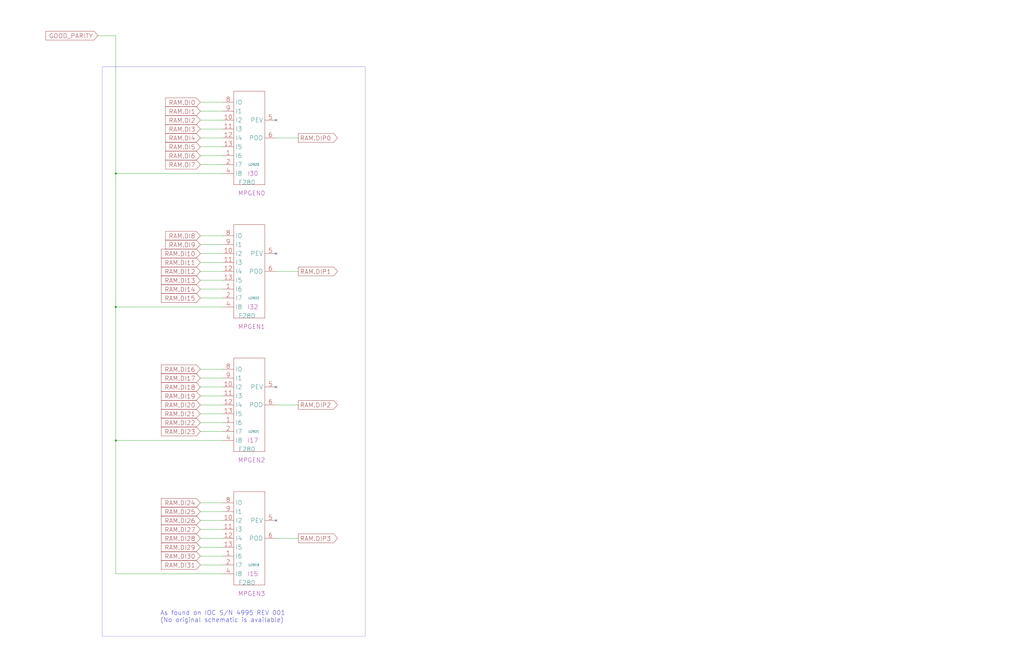
<source format=kicad_sch>
(kicad_sch (version 20250114) (generator "eeschema") (generator_version "9.0")
  (paper "User" 584.2 378.46)
  (title_block (title "MEMORY\\nPARITY GENERATION") (date "22-SEP-90") (rev "2.0") (comment 1 "IOC") (comment 2 "232-003061") (comment 3 "S400") (comment 4 "RELEASED"))
  (lib_symbols
    (symbol "r1000:F280" (pin_names (offset 1.016))
      (property "Reference" "U" (at 2.54 5.08 0))
      (property "Value" "F280" (at -6.35 -5.08 0))
      (property "Location" "___" (at -1.27 0 0))
      (property "Name" "______" (at 1.27 -12.7 0))
      (symbol "F280_1_1"
        (rectangle (start -8.89 46.99) (end 8.89 -6.35))
        (pin input line (at -15.24 40.64 0) (length 6.35) (name "I0") (number "8"))
        (pin input line (at -15.24 35.56 0) (length 6.35) (name "I1") (number "9"))
        (pin input line (at -15.24 30.48 0) (length 6.35) (name "I2") (number "10"))
        (pin input line (at -15.24 25.4 0) (length 6.35) (name "I3") (number "11"))
        (pin input line (at -15.24 20.32 0) (length 6.35) (name "I4") (number "12"))
        (pin input line (at -15.24 15.24 0) (length 6.35) (name "I5") (number "13"))
        (pin input line (at -15.24 10.16 0) (length 6.35) (name "I6") (number "1"))
        (pin input line (at -15.24 5.08 0) (length 6.35) (name "I7") (number "2"))
        (pin input line (at -15.24 0 0) (length 6.35) (name "I8") (number "4"))
        (pin output line (at 15.24 30.48 180) (length 6.35) (name "PEV") (number "5"))
        (pin output line (at 15.24 20.32 180) (length 6.35) (name "POD") (number "6"))
      )
    )
  )
  (text "As found on IOC S/N 4995 REV 001\n(No original schematic is available)" (at 91.44 355.6 0) (effects (font (size 2.54 2.54)) (justify left bottom)))
  (junction (at 66.04 251.46))
  (junction (at 66.04 175.26))
  (junction (at 66.04 99.06))
  (no_connect (at 157.48 297.18))
  (no_connect (at 157.48 144.78))
  (no_connect (at 157.48 68.58))
  (no_connect (at 157.48 220.98))
  (wire (pts (xy 114.3 160.02) (xy 127 160.02)))
  (polyline (pts (xy 58.42 38.1) (xy 58.42 363.22)) (stroke (width 0.0243)))
  (wire (pts (xy 114.3 63.5) (xy 127 63.5)))
  (wire (pts (xy 114.3 292.1) (xy 127 292.1)))
  (wire (pts (xy 114.3 134.62) (xy 127 134.62)))
  (wire (pts (xy 114.3 154.94) (xy 127 154.94)))
  (wire (pts (xy 66.04 251.46) (xy 66.04 327.66)))
  (wire (pts (xy 114.3 170.18) (xy 127 170.18)))
  (wire (pts (xy 66.04 99.06) (xy 127 99.06)))
  (wire (pts (xy 114.3 322.58) (xy 127 322.58)))
  (wire (pts (xy 114.3 215.9) (xy 127 215.9)))
  (polyline (pts (xy 58.42 38.1) (xy 208.28 38.1)) (stroke (width 0.0243)))
  (wire (pts (xy 114.3 317.5) (xy 127 317.5)))
  (wire (pts (xy 66.04 327.66) (xy 127 327.66)))
  (wire (pts (xy 114.3 231.14) (xy 127 231.14)))
  (wire (pts (xy 157.48 154.94) (xy 170.18 154.94)))
  (wire (pts (xy 114.3 78.74) (xy 127 78.74)))
  (wire (pts (xy 114.3 210.82) (xy 127 210.82)))
  (wire (pts (xy 114.3 73.66) (xy 127 73.66)))
  (wire (pts (xy 157.48 78.74) (xy 170.18 78.74)))
  (wire (pts (xy 114.3 165.1) (xy 127 165.1)))
  (wire (pts (xy 66.04 175.26) (xy 127 175.26)))
  (wire (pts (xy 66.04 251.46) (xy 127 251.46)))
  (polyline (pts (xy 208.28 363.22) (xy 58.42 363.22)) (stroke (width 0.0243)))
  (wire (pts (xy 114.3 297.18) (xy 127 297.18)))
  (wire (pts (xy 114.3 312.42) (xy 127 312.42)))
  (wire (pts (xy 114.3 149.86) (xy 127 149.86)))
  (wire (pts (xy 55.88 20.32) (xy 66.04 20.32)))
  (wire (pts (xy 157.48 231.14) (xy 170.18 231.14)))
  (wire (pts (xy 114.3 307.34) (xy 127 307.34)))
  (wire (pts (xy 114.3 246.38) (xy 127 246.38)))
  (wire (pts (xy 114.3 58.42) (xy 127 58.42)))
  (wire (pts (xy 114.3 139.7) (xy 127 139.7)))
  (wire (pts (xy 114.3 241.3) (xy 127 241.3)))
  (wire (pts (xy 114.3 220.98) (xy 127 220.98)))
  (wire (pts (xy 114.3 226.06) (xy 127 226.06)))
  (wire (pts (xy 66.04 20.32) (xy 66.04 99.06)))
  (wire (pts (xy 114.3 83.82) (xy 127 83.82)))
  (wire (pts (xy 114.3 302.26) (xy 127 302.26)))
  (wire (pts (xy 66.04 175.26) (xy 66.04 251.46)))
  (polyline (pts (xy 208.28 38.1) (xy 208.28 363.22)) (stroke (width 0.0243)))
  (wire (pts (xy 114.3 144.78) (xy 127 144.78)))
  (wire (pts (xy 66.04 99.06) (xy 66.04 175.26)))
  (wire (pts (xy 157.48 307.34) (xy 170.18 307.34)))
  (wire (pts (xy 114.3 68.58) (xy 127 68.58)))
  (wire (pts (xy 114.3 93.98) (xy 127 93.98)))
  (wire (pts (xy 114.3 287.02) (xy 127 287.02)))
  (wire (pts (xy 114.3 236.22) (xy 127 236.22)))
  (wire (pts (xy 114.3 88.9) (xy 127 88.9)))
  (global_label "RAM.DIP0" (shape output) (at 170.18 78.74 0) (effects (font (size 2.54 2.54))) (property "Intersheetrefs" "${INTERSHEET_REFS}" (at 192.9251 78.5813 0) (effects (font (size 1.905 1.905)) (justify left))))
  (global_label "RAM.DI17" (shape input) (at 114.3 215.9 180) (effects (font (size 2.54 2.54))) (property "Intersheetrefs" "${INTERSHEET_REFS}" (at 91.6759 215.7413 0) (effects (font (size 1.905 1.905)) (justify right))))
  (global_label "RAM.DI8" (shape input) (at 114.3 134.62 180) (effects (font (size 2.54 2.54))) (property "Intersheetrefs" "${INTERSHEET_REFS}" (at 94.0949 134.4613 0) (effects (font (size 1.905 1.905)) (justify right))))
  (global_label "RAM.DI10" (shape input) (at 114.3 144.78 180) (effects (font (size 2.54 2.54))) (property "Intersheetrefs" "${INTERSHEET_REFS}" (at 94.0949 144.6213 0) (effects (font (size 1.905 1.905)) (justify right))))
  (global_label "RAM.DIP2" (shape output) (at 170.18 231.14 0) (effects (font (size 2.54 2.54))) (property "Intersheetrefs" "${INTERSHEET_REFS}" (at 192.9251 230.9813 0) (effects (font (size 1.905 1.905)) (justify left))))
  (global_label "RAM.DI11" (shape input) (at 114.3 149.86 180) (effects (font (size 2.54 2.54))) (property "Intersheetrefs" "${INTERSHEET_REFS}" (at 94.0949 149.7013 0) (effects (font (size 1.905 1.905)) (justify right))))
  (global_label "RAM.DI25" (shape input) (at 114.3 292.1 180) (effects (font (size 2.54 2.54))) (property "Intersheetrefs" "${INTERSHEET_REFS}" (at 91.6759 291.9413 0) (effects (font (size 1.905 1.905)) (justify right))))
  (global_label "RAM.DI19" (shape input) (at 114.3 226.06 180) (effects (font (size 2.54 2.54))) (property "Intersheetrefs" "${INTERSHEET_REFS}" (at 91.6759 225.9013 0) (effects (font (size 1.905 1.905)) (justify right))))
  (global_label "RAM.DI18" (shape input) (at 114.3 220.98 180) (effects (font (size 2.54 2.54))) (property "Intersheetrefs" "${INTERSHEET_REFS}" (at 91.6759 220.8213 0) (effects (font (size 1.905 1.905)) (justify right))))
  (global_label "RAM.DI16" (shape input) (at 114.3 210.82 180) (effects (font (size 2.54 2.54))) (property "Intersheetrefs" "${INTERSHEET_REFS}" (at 91.6759 210.6613 0) (effects (font (size 1.905 1.905)) (justify right))))
  (global_label "RAM.DI4" (shape input) (at 114.3 78.74 180) (effects (font (size 2.54 2.54))) (property "Intersheetrefs" "${INTERSHEET_REFS}" (at 94.0949 78.5813 0) (effects (font (size 1.905 1.905)) (justify right))))
  (global_label "GOOD_PARITY" (shape input) (at 55.88 20.32 180) (effects (font (size 2.54 2.54))) (property "Intersheetrefs" "${INTERSHEET_REFS}" (at 25.7568 20.1613 0) (effects (font (size 1.905 1.905)) (justify right))))
  (global_label "RAM.DI2" (shape input) (at 114.3 68.58 180) (effects (font (size 2.54 2.54))) (property "Intersheetrefs" "${INTERSHEET_REFS}" (at 94.0949 68.4213 0) (effects (font (size 1.905 1.905)) (justify right))))
  (global_label "RAM.DI28" (shape input) (at 114.3 307.34 180) (effects (font (size 2.54 2.54))) (property "Intersheetrefs" "${INTERSHEET_REFS}" (at 91.6759 307.1813 0) (effects (font (size 1.905 1.905)) (justify right))))
  (global_label "RAM.DI6" (shape input) (at 114.3 88.9 180) (effects (font (size 2.54 2.54))) (property "Intersheetrefs" "${INTERSHEET_REFS}" (at 94.0949 88.7413 0) (effects (font (size 1.905 1.905)) (justify right))))
  (global_label "RAM.DI14" (shape input) (at 114.3 165.1 180) (effects (font (size 2.54 2.54))) (property "Intersheetrefs" "${INTERSHEET_REFS}" (at 94.0949 164.9413 0) (effects (font (size 1.905 1.905)) (justify right))))
  (global_label "RAM.DI7" (shape input) (at 114.3 93.98 180) (effects (font (size 2.54 2.54))) (property "Intersheetrefs" "${INTERSHEET_REFS}" (at 94.0949 93.8213 0) (effects (font (size 1.905 1.905)) (justify right))))
  (global_label "RAM.DI26" (shape input) (at 114.3 297.18 180) (effects (font (size 2.54 2.54))) (property "Intersheetrefs" "${INTERSHEET_REFS}" (at 91.6759 297.0213 0) (effects (font (size 1.905 1.905)) (justify right))))
  (global_label "RAM.DI3" (shape input) (at 114.3 73.66 180) (effects (font (size 2.54 2.54))) (property "Intersheetrefs" "${INTERSHEET_REFS}" (at 94.0949 73.5013 0) (effects (font (size 1.905 1.905)) (justify right))))
  (global_label "RAM.DIP1" (shape output) (at 170.18 154.94 0) (effects (font (size 2.54 2.54))) (property "Intersheetrefs" "${INTERSHEET_REFS}" (at 192.9251 154.7813 0) (effects (font (size 1.905 1.905)) (justify left))))
  (global_label "RAM.DIP3" (shape output) (at 170.18 307.34 0) (effects (font (size 2.54 2.54))) (property "Intersheetrefs" "${INTERSHEET_REFS}" (at 192.9251 307.1813 0) (effects (font (size 1.905 1.905)) (justify left))))
  (global_label "RAM.DI23" (shape input) (at 114.3 246.38 180) (effects (font (size 2.54 2.54))) (property "Intersheetrefs" "${INTERSHEET_REFS}" (at 91.6759 246.2213 0) (effects (font (size 1.905 1.905)) (justify right))))
  (global_label "RAM.DI21" (shape input) (at 114.3 236.22 180) (effects (font (size 2.54 2.54))) (property "Intersheetrefs" "${INTERSHEET_REFS}" (at 91.6759 236.0613 0) (effects (font (size 1.905 1.905)) (justify right))))
  (global_label "RAM.DI27" (shape input) (at 114.3 302.26 180) (effects (font (size 2.54 2.54))) (property "Intersheetrefs" "${INTERSHEET_REFS}" (at 91.6759 302.1013 0) (effects (font (size 1.905 1.905)) (justify right))))
  (global_label "RAM.DI0" (shape input) (at 114.3 58.42 180) (effects (font (size 2.54 2.54))) (property "Intersheetrefs" "${INTERSHEET_REFS}" (at 94.0949 58.2613 0) (effects (font (size 1.905 1.905)) (justify right))))
  (global_label "RAM.DI1" (shape input) (at 114.3 63.5 180) (effects (font (size 2.54 2.54))) (property "Intersheetrefs" "${INTERSHEET_REFS}" (at 94.0949 63.3413 0) (effects (font (size 1.905 1.905)) (justify right))))
  (global_label "RAM.DI20" (shape input) (at 114.3 231.14 180) (effects (font (size 2.54 2.54))) (property "Intersheetrefs" "${INTERSHEET_REFS}" (at 91.6759 230.9813 0) (effects (font (size 1.905 1.905)) (justify right))))
  (global_label "RAM.DI12" (shape input) (at 114.3 154.94 180) (effects (font (size 2.54 2.54))) (property "Intersheetrefs" "${INTERSHEET_REFS}" (at 94.0949 154.7813 0) (effects (font (size 1.905 1.905)) (justify right))))
  (global_label "RAM.DI22" (shape input) (at 114.3 241.3 180) (effects (font (size 2.54 2.54))) (property "Intersheetrefs" "${INTERSHEET_REFS}" (at 91.6759 241.1413 0) (effects (font (size 1.905 1.905)) (justify right))))
  (global_label "RAM.DI29" (shape input) (at 114.3 312.42 180) (effects (font (size 2.54 2.54))) (property "Intersheetrefs" "${INTERSHEET_REFS}" (at 91.6759 312.2613 0) (effects (font (size 1.905 1.905)) (justify right))))
  (global_label "RAM.DI24" (shape input) (at 114.3 287.02 180) (effects (font (size 2.54 2.54))) (property "Intersheetrefs" "${INTERSHEET_REFS}" (at 91.6759 286.8613 0) (effects (font (size 1.905 1.905)) (justify right))))
  (global_label "RAM.DI5" (shape input) (at 114.3 83.82 180) (effects (font (size 2.54 2.54))) (property "Intersheetrefs" "${INTERSHEET_REFS}" (at 94.0949 83.6613 0) (effects (font (size 1.905 1.905)) (justify right))))
  (global_label "RAM.DI31" (shape input) (at 114.3 322.58 180) (effects (font (size 2.54 2.54))) (property "Intersheetrefs" "${INTERSHEET_REFS}" (at 91.6759 322.4213 0) (effects (font (size 1.905 1.905)) (justify right))))
  (global_label "RAM.DI15" (shape input) (at 114.3 170.18 180) (effects (font (size 2.54 2.54))) (property "Intersheetrefs" "${INTERSHEET_REFS}" (at 94.0949 170.0213 0) (effects (font (size 1.905 1.905)) (justify right))))
  (global_label "RAM.DI13" (shape input) (at 114.3 160.02 180) (effects (font (size 2.54 2.54))) (property "Intersheetrefs" "${INTERSHEET_REFS}" (at 94.0949 159.8613 0) (effects (font (size 1.905 1.905)) (justify right))))
  (global_label "RAM.DI30" (shape input) (at 114.3 317.5 180) (effects (font (size 2.54 2.54))) (property "Intersheetrefs" "${INTERSHEET_REFS}" (at 91.6759 317.3413 0) (effects (font (size 1.905 1.905)) (justify right))))
  (global_label "RAM.DI9" (shape input) (at 114.3 139.7 180) (effects (font (size 2.54 2.54))) (property "Intersheetrefs" "${INTERSHEET_REFS}" (at 94.0949 139.5413 0) (effects (font (size 1.905 1.905)) (justify right))))
  (symbol (lib_id "r1000:F280") (at 142.24 99.06 0) (unit 1)
    (property "Reference" "U2920" (at 144.78 93.98 0))
    (property "Value" "F280" (at 135.89 104.14 0) (effects (font (size 2.54 2.54)) (justify left)))
    (property "Location" "I30" (at 140.97 99.06 0) (effects (font (size 2.54 2.54)) (justify left)))
    (property "Name" "MPGEN0" (at 143.51 111.76 0) (effects (font (size 2.54 2.54)) (justify bottom)))
  )
  (symbol (lib_id "r1000:F280") (at 142.24 251.46 0) (unit 1)
    (property "Reference" "U2921" (at 144.78 246.38 0))
    (property "Value" "F280" (at 135.89 256.54 0) (effects (font (size 2.54 2.54)) (justify left)))
    (property "Location" "I17" (at 140.97 251.46 0) (effects (font (size 2.54 2.54)) (justify left)))
    (property "Name" "MPGEN2" (at 143.51 264.16 0) (effects (font (size 2.54 2.54)) (justify bottom)))
  )
  (symbol (lib_id "r1000:F280") (at 142.24 175.26 0) (unit 1)
    (property "Reference" "U2922" (at 144.78 170.18 0))
    (property "Value" "F280" (at 135.89 180.34 0) (effects (font (size 2.54 2.54)) (justify left)))
    (property "Location" "I32" (at 140.97 175.26 0) (effects (font (size 2.54 2.54)) (justify left)))
    (property "Name" "MPGEN1" (at 143.51 187.96 0) (effects (font (size 2.54 2.54)) (justify bottom)))
  )
  (symbol (lib_id "r1000:F280") (at 142.24 327.66 0) (unit 1)
    (property "Reference" "U2919" (at 144.78 322.58 0))
    (property "Value" "F280" (at 135.89 332.74 0) (effects (font (size 2.54 2.54)) (justify left)))
    (property "Location" "I15" (at 140.97 327.66 0) (effects (font (size 2.54 2.54)) (justify left)))
    (property "Name" "MPGEN3" (at 143.51 340.36 0) (effects (font (size 2.54 2.54)) (justify bottom)))
  )
)
</source>
